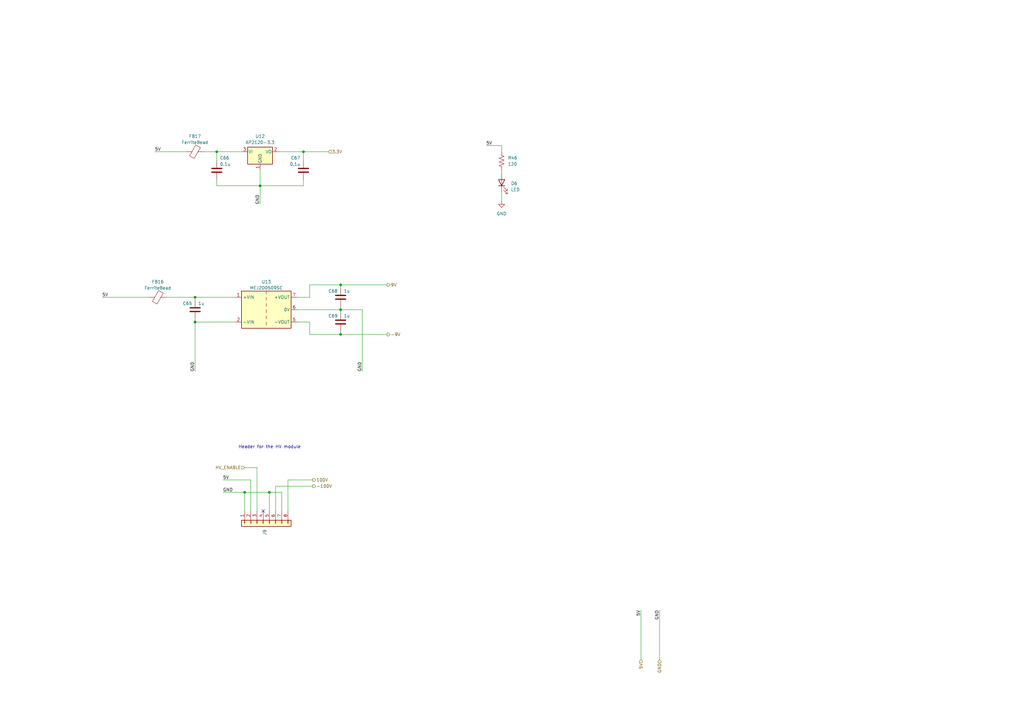
<source format=kicad_sch>
(kicad_sch (version 20250114) (generator "eeschema") (generator_version "9.0")
  (paper "A3")
  (title_block (title "Sonar Pinger") (date "2025-05-03") (rev "0"))
  (lib_symbols
    (symbol "Connector_Generic:Conn_01x08" (pin_names (offset 1.016) (hide yes))
      (property "Reference" "J" (at 0 10.16 0))
      (property "Value" "Conn_01x08" (at 0 -12.7 0))
      (symbol "Conn_01x08_1_1"
        (rectangle (start -1.27 8.89) (end 1.27 -11.43) (stroke (width 0.254)) (fill (type background)))
        (rectangle (start -1.27 7.747) (end 0 7.493) (stroke (width 0.1524)))
        (rectangle (start -1.27 5.207) (end 0 4.953) (stroke (width 0.1524)))
        (rectangle (start -1.27 2.667) (end 0 2.413) (stroke (width 0.1524)))
        (rectangle (start -1.27 0.127) (end 0 -0.127) (stroke (width 0.1524)))
        (rectangle (start -1.27 -2.413) (end 0 -2.667) (stroke (width 0.1524)))
        (rectangle (start -1.27 -4.953) (end 0 -5.207) (stroke (width 0.1524)))
        (rectangle (start -1.27 -7.493) (end 0 -7.747) (stroke (width 0.1524)))
        (rectangle (start -1.27 -10.033) (end 0 -10.287) (stroke (width 0.1524)))
        (pin passive line (at -5.08 7.62 0) (length 3.81) (name "Pin_1") (number "1"))
        (pin passive line (at -5.08 5.08 0) (length 3.81) (name "Pin_2") (number "2"))
        (pin passive line (at -5.08 2.54 0) (length 3.81) (name "Pin_3") (number "3"))
        (pin passive line (at -5.08 0 0) (length 3.81) (name "Pin_4") (number "4"))
        (pin passive line (at -5.08 -2.54 0) (length 3.81) (name "Pin_5") (number "5"))
        (pin passive line (at -5.08 -5.08 0) (length 3.81) (name "Pin_6") (number "6"))
        (pin passive line (at -5.08 -7.62 0) (length 3.81) (name "Pin_7") (number "7"))
        (pin passive line (at -5.08 -10.16 0) (length 3.81) (name "Pin_8") (number "8"))
      )
    )
    (symbol "Device:C" (pin_numbers (hide yes)) (pin_names (offset 0.254))
      (property "Reference" "C" (at 0.635 2.54 0))
      (property "Value" "C" (at 0.635 -2.54 0))
      (symbol "C_0_1"
        (polyline (pts (xy -2.032 0.762) (xy 2.032 0.762)) (stroke (width 0.508)))
        (polyline (pts (xy -2.032 -0.762) (xy 2.032 -0.762)) (stroke (width 0.508)))
      )
      (symbol "C_1_1"
        (pin passive line (at 0 3.81 270) (length 2.794) (name "~") (number "1"))
        (pin passive line (at 0 -3.81 90) (length 2.794) (name "~") (number "2"))
      )
    )
    (symbol "Device:FerriteBead" (pin_numbers (hide yes)) (pin_names (offset 0))
      (property "Reference" "FB" (at -3.81 0.635 90))
      (property "Value" "FerriteBead" (at 3.81 0 90))
      (symbol "FerriteBead_0_1"
        (polyline (pts (xy -2.7686 0.4064) (xy -1.7018 2.2606) (xy 2.7686 -0.3048) (xy 1.6764 -2.159) (xy -2.7686 0.4064)))
        (polyline (pts (xy 0 1.27) (xy 0 1.2954)))
        (polyline (pts (xy 0 -1.27) (xy 0 -1.2192)))
      )
      (symbol "FerriteBead_1_1"
        (pin passive line (at 0 3.81 270) (length 2.54) (name "~") (number "1"))
        (pin passive line (at 0 -3.81 90) (length 2.54) (name "~") (number "2"))
      )
    )
    (symbol "Device:R_US" (pin_numbers (hide yes)) (pin_names (offset 0))
      (property "Reference" "R" (at 2.54 0 90))
      (property "Value" "R_US" (at -2.54 0 90))
      (symbol "R_US_0_1"
        (polyline (pts (xy 0 2.286) (xy 0 2.54)))
        (polyline (pts (xy 0 2.286) (xy 1.016 1.905) (xy 0 1.524) (xy -1.016 1.143) (xy 0 0.762)))
        (polyline (pts (xy 0 0.762) (xy 1.016 0.381) (xy 0 0) (xy -1.016 -0.381) (xy 0 -0.762)))
        (polyline (pts (xy 0 -0.762) (xy 1.016 -1.143) (xy 0 -1.524) (xy -1.016 -1.905) (xy 0 -2.286)))
        (polyline (pts (xy 0 -2.286) (xy 0 -2.54)))
      )
      (symbol "R_US_1_1"
        (pin passive line (at 0 3.81 270) (length 1.27) (name "~") (number "1"))
        (pin passive line (at 0 -3.81 90) (length 1.27) (name "~") (number "2"))
      )
    )
    (symbol "LED_1" (pin_numbers (hide yes)) (pin_names (offset 1.016) (hide yes))
      (property "Reference" "D" (at 0 2.54 0))
      (property "Value" "LED" (at 0 -2.54 0))
      (symbol "LED_1_0_1"
        (polyline (pts (xy -3.048 -0.762) (xy -4.572 -2.286) (xy -3.81 -2.286) (xy -4.572 -2.286) (xy -4.572 -1.524)))
        (polyline (pts (xy -1.778 -0.762) (xy -3.302 -2.286) (xy -2.54 -2.286) (xy -3.302 -2.286) (xy -3.302 -1.524)))
        (polyline (pts (xy -1.27 0) (xy 1.27 0)))
        (polyline (pts (xy -1.27 -1.27) (xy -1.27 1.27)) (stroke (width 0.254)))
        (polyline (pts (xy 1.27 -1.27) (xy 1.27 1.27) (xy -1.27 0) (xy 1.27 -1.27)) (stroke (width 0.254)))
      )
      (symbol "LED_1_1_1"
        (pin passive line (at -3.81 0 0) (length 2.54) (name "K") (number "1"))
        (pin passive line (at 3.81 0 180) (length 2.54) (name "A") (number "2"))
      )
    )
    (symbol "pd_symbols:AP2120-3.3" (pin_names (offset 0.254))
      (property "Reference" "U" (at -3.81 3.175 0))
      (property "Value" "AP2120-3.3" (at 0 3.175 0))
      (symbol "AP2120-3.3_0_1"
        (rectangle (start -5.08 1.905) (end 5.08 -5.08) (stroke (width 0.254)) (fill (type background)))
      )
      (symbol "AP2120-3.3_1_1"
        (pin power_in line (at -7.62 0 0) (length 2.54) (name "VI") (number "3"))
        (pin power_in line (at 0 -7.62 90) (length 2.54) (name "GND") (number "1"))
        (pin power_out line (at 7.62 0 180) (length 2.54) (name "VO") (number "2"))
      )
    )
    (symbol "pd_symbols:MEJ2D0509SC"
      (property "Reference" "U" (at 0 11.43 0))
      (property "Value" "MEJ2D0509SC" (at 0 8.89 0))
      (symbol "MEJ2D0509SC_0_1"
        (rectangle (start -10.16 7.62) (end 10.16 -7.62) (stroke (width 0.254)) (fill (type background)))
        (polyline (pts (xy 0 7.62) (xy 0 6.35)))
        (polyline (pts (xy 0 5.08) (xy 0 3.81)))
        (polyline (pts (xy 0 2.54) (xy 0 1.27)))
        (polyline (pts (xy 0 0) (xy 0 -1.27)))
        (polyline (pts (xy 0 -2.54) (xy 0 -3.81)))
        (polyline (pts (xy 0 -5.08) (xy 0 -6.35)))
      )
      (symbol "MEJ2D0509SC_1_1"
        (pin power_in line (at -12.7 5.08 0) (length 2.54) (name "+VIN") (number "1"))
        (pin power_in line (at -12.7 -5.08 0) (length 2.54) (name "-VIN") (number "2"))
        (pin power_out line (at 12.7 5.08 180) (length 2.54) (name "+VOUT") (number "7"))
        (pin power_out line (at 12.7 0 180) (length 2.54) (name "0V") (number "6"))
        (pin power_out line (at 12.7 -5.08 180) (length 2.54) (name "-VOUT") (number "5"))
      )
    )
    (symbol "power:GND" (power) (pin_numbers (hide yes)) (pin_names (offset 0) (hide yes))
      (property "Value" "GND" (at 0 -3.81 0))
      (symbol "GND_0_1"
        (polyline (pts (xy 0 0) (xy 0 -1.27) (xy 1.27 -1.27) (xy 0 -2.54) (xy -1.27 -1.27) (xy 0 -1.27)))
      )
      (symbol "GND_1_1"
        (pin power_in line (at 0 0 270) (length 0) (name "~") (number "1"))
      )
    )
  )
  (text "Header for the HV module" (at 97.79 184.15 0) (effects (font (size 1.27 1.27)) (justify left bottom)))
  (junction (at 100.33 201.93))
  (junction (at 106.68 76.2))
  (junction (at 139.7 116.84))
  (junction (at 139.7 127))
  (junction (at 124.46 62.23))
  (junction (at 139.7 137.16))
  (junction (at 80.01 121.92))
  (junction (at 88.9 62.23))
  (junction (at 110.49 201.93))
  (junction (at 80.01 132.08))
  (no_connect (at 107.95 209.55))
  (wire (pts (xy 100.33 201.93) (xy 110.49 201.93)))
  (wire (pts (xy 106.68 69.85) (xy 106.68 76.2)))
  (wire (pts (xy 127 116.84) (xy 139.7 116.84)))
  (wire (pts (xy 127 137.16) (xy 139.7 137.16)))
  (wire (pts (xy 139.7 127) (xy 139.7 128.27)))
  (wire (pts (xy 63.5 62.23) (xy 76.2 62.23)))
  (wire (pts (xy 88.9 76.2) (xy 106.68 76.2)))
  (wire (pts (xy 91.44 201.93) (xy 100.33 201.93)))
  (wire (pts (xy 80.01 123.19) (xy 80.01 121.92)))
  (wire (pts (xy 124.46 62.23) (xy 134.62 62.23)))
  (wire (pts (xy 105.41 191.77) (xy 105.41 209.55)))
  (wire (pts (xy 83.82 62.23) (xy 88.9 62.23)))
  (wire (pts (xy 148.59 127) (xy 148.59 152.4)))
  (wire (pts (xy 80.01 121.92) (xy 96.52 121.92)))
  (wire (pts (xy 205.74 78.74) (xy 205.74 82.55)))
  (wire (pts (xy 124.46 76.2) (xy 106.68 76.2)))
  (wire (pts (xy 139.7 125.73) (xy 139.7 127)))
  (wire (pts (xy 124.46 73.66) (xy 124.46 76.2)))
  (wire (pts (xy 121.92 132.08) (xy 127 132.08)))
  (wire (pts (xy 80.01 130.81) (xy 80.01 132.08)))
  (wire (pts (xy 41.91 121.92) (xy 60.96 121.92)))
  (wire (pts (xy 127 121.92) (xy 127 116.84)))
  (wire (pts (xy 68.58 121.92) (xy 80.01 121.92)))
  (wire (pts (xy 88.9 62.23) (xy 88.9 66.04)))
  (wire (pts (xy 102.87 209.55) (xy 102.87 196.85)))
  (wire (pts (xy 205.74 59.69) (xy 205.74 62.23)))
  (wire (pts (xy 113.03 199.39) (xy 128.27 199.39)))
  (wire (pts (xy 100.33 191.77) (xy 105.41 191.77)))
  (wire (pts (xy 110.49 201.93) (xy 110.49 209.55)))
  (wire (pts (xy 205.74 69.85) (xy 205.74 71.12)))
  (wire (pts (xy 114.3 62.23) (xy 124.46 62.23)))
  (wire (pts (xy 262.89 250.19) (xy 262.89 270.51)))
  (wire (pts (xy 127 132.08) (xy 127 137.16)))
  (wire (pts (xy 139.7 137.16) (xy 158.75 137.16)))
  (wire (pts (xy 270.51 250.19) (xy 270.51 270.51)))
  (wire (pts (xy 139.7 116.84) (xy 158.75 116.84)))
  (wire (pts (xy 110.49 201.93) (xy 115.57 201.93)))
  (wire (pts (xy 139.7 127) (xy 148.59 127)))
  (wire (pts (xy 106.68 76.2) (xy 106.68 83.82)))
  (wire (pts (xy 118.11 196.85) (xy 128.27 196.85)))
  (wire (pts (xy 80.01 132.08) (xy 96.52 132.08)))
  (wire (pts (xy 199.39 59.69) (xy 205.74 59.69)))
  (wire (pts (xy 113.03 199.39) (xy 113.03 209.55)))
  (wire (pts (xy 80.01 132.08) (xy 80.01 152.4)))
  (wire (pts (xy 118.11 196.85) (xy 118.11 209.55)))
  (wire (pts (xy 115.57 201.93) (xy 115.57 209.55)))
  (wire (pts (xy 139.7 118.11) (xy 139.7 116.84)))
  (wire (pts (xy 88.9 62.23) (xy 99.06 62.23)))
  (wire (pts (xy 121.92 127) (xy 139.7 127)))
  (wire (pts (xy 124.46 62.23) (xy 124.46 66.04)))
  (wire (pts (xy 121.92 121.92) (xy 127 121.92)))
  (wire (pts (xy 91.44 196.85) (xy 102.87 196.85)))
  (wire (pts (xy 139.7 135.89) (xy 139.7 137.16)))
  (wire (pts (xy 100.33 201.93) (xy 100.33 209.55)))
  (wire (pts (xy 88.9 73.66) (xy 88.9 76.2)))
  (label "5V" (at 91.44 196.85 0))
  (label "GND" (at 91.44 201.93 0))
  (label "5V" (at 41.91 121.92 0))
  (label "GND" (at 106.68 83.82 90))
  (label "5V" (at 63.5 62.23 0))
  (label "GND" (at 270.51 250.19 270))
  (label "GND" (at 148.59 152.4 90))
  (label "5V" (at 199.39 59.69 0))
  (label "GND" (at 80.01 152.4 90))
  (label "5V" (at 262.89 250.19 270))
  (hierarchical_label "100V" (shape output) (at 128.27 196.85 0))
  (hierarchical_label "9V" (shape output) (at 158.75 116.84 0))
  (hierarchical_label "GND" (shape input) (at 270.51 270.51 270))
  (hierarchical_label "HV_ENABLE" (shape input) (at 100.33 191.77 180))
  (hierarchical_label "5V" (shape input) (at 262.89 270.51 270))
  (hierarchical_label "-100V" (shape output) (at 128.27 199.39 0))
  (hierarchical_label "-9V" (shape output) (at 158.75 137.16 0))
  (hierarchical_label "3.3V" (shape input) (at 134.62 62.23 0))
  (symbol (lib_id "Device:C") (at 139.7 132.08 0) (unit 1)
    (property "Reference" "C69" (at 134.62 129.54 0) (effects (justify left)))
    (property "Value" "1u" (at 140.97 129.54 0) (effects (justify left)))
    (property "Footprint" "Capacitor_SMD:C_0603_1608Metric" (effects (hide yes)))
    (property "Description" "Unpolarized capacitor" (effects (hide yes)))
  )
  (symbol (lib_id "Device:FerriteBead") (at 64.77 121.92 90) (unit 1)
    (property "Reference" "FB16" (at 64.7192 115.57 90))
    (property "Value" "FerriteBead" (at 64.7192 118.11 90))
    (property "Footprint" "Inductor_SMD:L_0603_1608Metric" (effects (hide yes)))
    (property "Description" "Ferrite bead" (effects (hide yes)))
  )
  (symbol (lib_id "pd_symbols:MEJ2D0509SC") (at 109.22 127 0) (unit 1)
    (property "Reference" "U13" (at 109.22 115.57 0))
    (property "Value" "MEJ2D0509SC" (at 109.22 118.11 0))
    (property "Footprint" "pd_footprints:Converter_DCDC_Murata_MGJ2DxxxxxxSC_THT" (effects (hide yes)))
    (property "Datasheet" "https://www.murata.com/products/productdata/8807029800990/kdc-mej2.pdf" (effects (hide yes)))
    (property "Description" "5.2kVDC Isolated 2W Gate Drive, 5V Vin, +9V/-9V Vout" (effects (hide yes)))
  )
  (symbol (lib_id "Device:C") (at 88.9 69.85 0) (unit 1)
    (property "Reference" "C66" (at 90.17 64.77 0) (effects (justify left)))
    (property "Value" "0.1u" (at 90.17 67.31 0) (effects (justify left)))
    (property "Footprint" "Capacitor_SMD:C_0603_1608Metric" (effects (hide yes)))
    (property "Description" "Unpolarized capacitor" (effects (hide yes)))
  )
  (symbol (lib_name "LED_1") (lib_id "Device:LED") (at 205.74 74.93 90) (unit 1)
    (property "Reference" "D6" (at 209.55 75.2474 90) (effects (justify right)))
    (property "Value" "LED" (at 209.55 77.7874 90) (effects (justify right)))
    (property "Footprint" "LED_SMD:LED_1206_3216Metric_Pad1.42x1.75mm_HandSolder" (effects (hide yes)))
    (property "Description" "Light emitting diode" (effects (hide yes)))
    (property "Sim.Pins" "1=K 2=A" (effects (hide yes)))
  )
  (symbol (lib_id "Device:FerriteBead") (at 80.01 62.23 90) (unit 1)
    (property "Reference" "FB17" (at 79.9592 55.88 90))
    (property "Value" "FerriteBead" (at 79.9592 58.42 90))
    (property "Footprint" "Inductor_SMD:L_0603_1608Metric" (effects (hide yes)))
    (property "Description" "Ferrite bead" (effects (hide yes)))
  )
  (symbol (lib_id "Device:R_US") (at 205.74 66.04 180) (unit 1)
    (property "Reference" "R46" (at 208.28 64.7699 0) (effects (justify right)))
    (property "Value" "120" (at 208.28 67.3099 0) (effects (justify right)))
    (property "Footprint" "Resistor_SMD:R_0603_1608Metric" (effects (hide yes)))
    (property "Description" "Resistor, US symbol" (effects (hide yes)))
  )
  (symbol (lib_id "pd_symbols:AP2120-3.3") (at 106.68 62.23 0) (unit 1)
    (property "Reference" "U12" (at 106.68 55.88 0))
    (property "Value" "AP2120-3.3" (at 106.68 58.42 0))
    (property "Footprint" "Package_TO_SOT_SMD:SOT-23" (effects (hide yes)))
    (property "Datasheet" "https://www.diodes.com/assets/Datasheets/AP2120.pdf" (effects (hide yes)))
    (property "Description" "HIGH SPEED, EXTREMELY LOW NOISE LDO REGULATOR" (effects (hide yes)))
  )
  (symbol (lib_id "Device:C") (at 80.01 127 0) (unit 1)
    (property "Reference" "C65" (at 74.93 124.46 0) (effects (justify left)))
    (property "Value" "1u" (at 81.28 124.46 0) (effects (justify left)))
    (property "Footprint" "Capacitor_SMD:C_0603_1608Metric" (effects (hide yes)))
    (property "Description" "Unpolarized capacitor" (effects (hide yes)))
  )
  (symbol (lib_id "power:GND") (at 205.74 82.55 0) (unit 1)
    (property "Reference" "#PWR032" (effects (hide yes)))
    (property "Value" "GND" (at 205.74 87.63 0))
    (property "Description" "Power symbol creates a global label with name \"GND\" , ground" (effects (hide yes)))
  )
  (symbol (lib_id "Device:C") (at 139.7 121.92 0) (unit 1)
    (property "Reference" "C68" (at 134.62 119.38 0) (effects (justify left)))
    (property "Value" "1u" (at 140.97 119.38 0) (effects (justify left)))
    (property "Footprint" "Capacitor_SMD:C_0603_1608Metric" (effects (hide yes)))
    (property "Description" "Unpolarized capacitor" (effects (hide yes)))
  )
  (symbol (lib_id "Device:C") (at 124.46 69.85 0) (mirror y) (unit 1)
    (property "Reference" "C67" (at 123.19 64.77 0) (effects (justify left)))
    (property "Value" "0.1u" (at 123.19 67.31 0) (effects (justify left)))
    (property "Footprint" "Capacitor_SMD:C_0603_1608Metric" (effects (hide yes)))
    (property "Description" "Unpolarized capacitor" (effects (hide yes)))
  )
  (symbol (lib_id "Connector_Generic:Conn_01x08") (at 107.95 214.63 90) (mirror x) (unit 1)
    (property "Reference" "J9" (at 108.585 217.17 0) (effects (justify left)))
    (property "Value" "Conn_01x08" (effects (hide yes)))
    (property "Footprint" "Connector_JST:JST_PH_B8B-PH-K_1x08_P2.00mm_Vertical" (effects (hide yes)))
    (property "Description" "Generic connector, single row, 01x08, script generated (kicad-library-utils/schlib/autogen/connector/)" (effects (hide yes)))
  )
)
</source>
